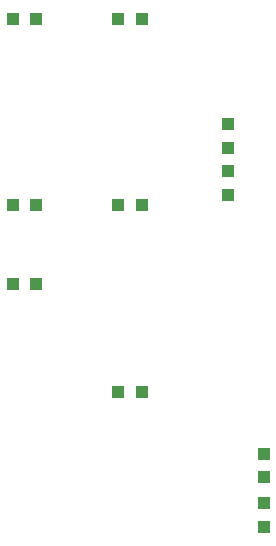
<source format=gtp>
G04 Layer_Color=8421504*
%FSLAX24Y24*%
%MOIN*%
G70*
G01*
G75*
%ADD23R,0.0394X0.0394*%
%ADD24R,0.0394X0.0394*%
D23*
X15240Y3953D02*
D03*
Y4740D02*
D03*
Y6394D02*
D03*
Y5606D02*
D03*
X14040Y15033D02*
D03*
Y15820D02*
D03*
Y17387D02*
D03*
Y16600D02*
D03*
D24*
X10376Y8470D02*
D03*
X11164D02*
D03*
X6856Y12060D02*
D03*
X7644D02*
D03*
X10376Y14675D02*
D03*
X11164D02*
D03*
X6856D02*
D03*
X7644D02*
D03*
X10376Y20880D02*
D03*
X11164D02*
D03*
X6856Y20890D02*
D03*
X7644D02*
D03*
M02*

</source>
